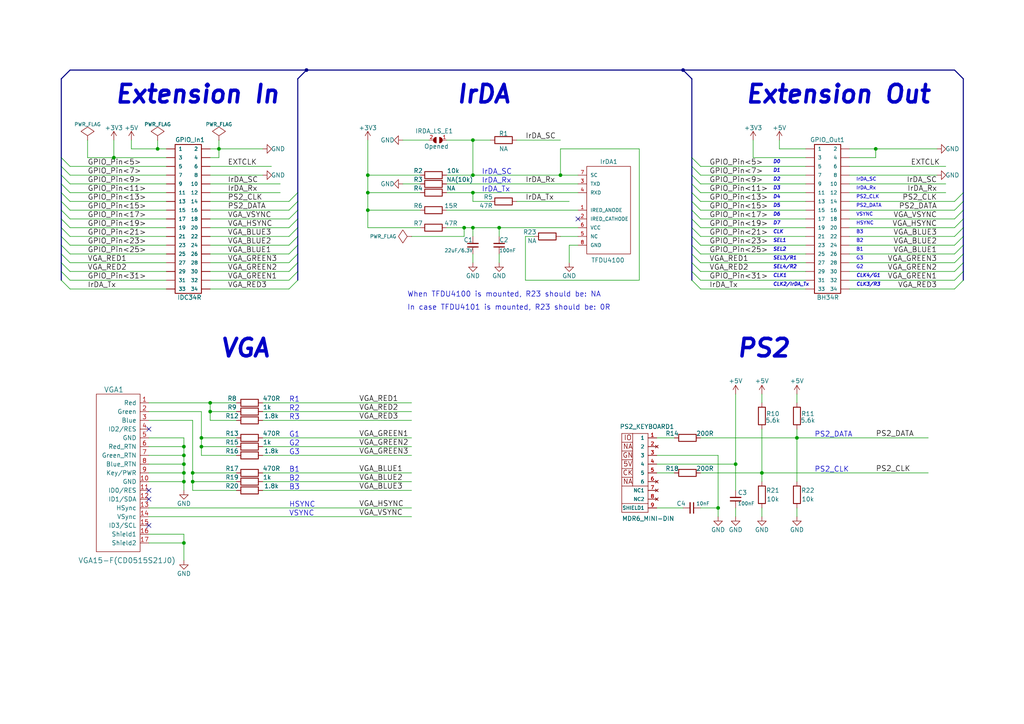
<source format=kicad_sch>
(kicad_sch (version 20230121) (generator eeschema)
  (paper "A4")
  (title_block (rev "A") (company "OLimeX LTD") (comment 1 "https://www.olimex.com/"))
  (lib_symbols
    (symbol "ICE40-IO_Rev_A-rescue:+3.3V" (power) (pin_names (offset 0))
      (property "Value" "+3.3V" (at 0 3.556 0))
      (symbol "+3.3V_1_1"
        (pin power_in line (at 0 0 90) (length 0) hide (name "+3V3") (number "1"))
      )
    )
    (symbol "ICE40-IO_Rev_A-rescue:+5V" (power) (pin_names (offset 0))
      (property "Value" "+5V" (at 0 3.556 0))
      (symbol "+5V_1_1"
        (pin power_in line (at 0 0 90) (length 0) hide (name "+5V") (number "1"))
      )
    )
    (symbol "ICE40-IO_Rev_A-rescue:BH34S" (pin_numbers hide) (pin_names (offset 1.016))
      (property "Reference" "GPIO" (at -4.445 22.225 0))
      (property "Value" "BH34S" (at -4.445 -23.495 0))
      (symbol "BH34S_1_1"
        (pin passive line (at -7.62 20.32 0) (length 2.4892) (name "1") (number "1"))
        (pin passive line (at 5.08 10.16 180) (length 2.4892) (name "10") (number "10"))
        (pin passive line (at -7.62 7.62 0) (length 2.4892) (name "11") (number "11"))
        (pin passive line (at 5.08 7.62 180) (length 2.4892) (name "12") (number "12"))
        (pin passive line (at -7.62 5.08 0) (length 2.4892) (name "13") (number "13"))
        (pin passive line (at 5.08 5.08 180) (length 2.4892) (name "14") (number "14"))
        (pin passive line (at -7.62 2.54 0) (length 2.4892) (name "15") (number "15"))
        (pin passive line (at 5.08 2.54 180) (length 2.4892) (name "16") (number "16"))
        (pin passive line (at -7.62 0 0) (length 2.4892) (name "17") (number "17"))
        (pin passive line (at 5.08 0 180) (length 2.4892) (name "18") (number "18"))
        (pin passive line (at -7.62 -2.54 0) (length 2.4892) (name "19") (number "19"))
        (pin passive line (at 5.08 20.32 180) (length 2.4892) (name "2") (number "2"))
        (pin passive line (at 5.08 -2.54 180) (length 2.4892) (name "20") (number "20"))
        (pin passive line (at -7.62 -5.08 0) (length 2.4892) (name "21") (number "21"))
        (pin passive line (at 5.08 -5.08 180) (length 2.4892) (name "22") (number "22"))
        (pin passive line (at -7.62 -7.62 0) (length 2.4892) (name "23") (number "23"))
        (pin passive line (at 5.08 -7.62 180) (length 2.4892) (name "24") (number "24"))
        (pin passive line (at -7.62 -10.16 0) (length 2.4892) (name "25") (number "25"))
        (pin passive line (at 5.08 -10.16 180) (length 2.4892) (name "26") (number "26"))
        (pin passive line (at -7.62 -12.7 0) (length 2.4892) (name "27") (number "27"))
        (pin passive line (at 5.08 -12.7 180) (length 2.4892) (name "28") (number "28"))
        (pin passive line (at -7.62 -15.24 0) (length 2.4892) (name "29") (number "29"))
        (pin passive line (at -7.62 17.78 0) (length 2.4892) (name "3") (number "3"))
        (pin passive line (at 5.08 -15.24 180) (length 2.4892) (name "30") (number "30"))
        (pin passive line (at -7.62 -17.78 0) (length 2.4892) (name "31") (number "31"))
        (pin passive line (at 5.08 -17.78 180) (length 2.4892) (name "32") (number "32"))
        (pin passive line (at -7.62 -20.32 0) (length 2.4892) (name "33") (number "33"))
        (pin passive line (at 5.08 -20.32 180) (length 2.4892) (name "34") (number "34"))
        (pin passive line (at 5.08 17.78 180) (length 2.4892) (name "4") (number "4"))
        (pin passive line (at -7.62 15.24 0) (length 2.4892) (name "5") (number "5"))
        (pin passive line (at 5.08 15.24 180) (length 2.4892) (name "6") (number "6"))
        (pin passive line (at -7.62 12.7 0) (length 2.4892) (name "7") (number "7"))
        (pin passive line (at 5.08 12.7 180) (length 2.4892) (name "8") (number "8"))
        (pin passive line (at -7.62 10.16 0) (length 2.4892) (name "9") (number "9"))
      )
    )
    (symbol "ICE40-IO_Rev_A-rescue:C" (pin_numbers hide) (pin_names (offset 0.254) hide)
      (property "Reference" "C" (at 0.254 1.778 0))
      (property "Value" "C" (at 0.254 -2.032 0))
      (symbol "C_1_1"
        (pin passive line (at 0 2.54 270) (length 1.905) (name "~") (number "1"))
        (pin passive line (at 0 -2.54 90) (length 2.032) (name "~") (number "2"))
      )
    )
    (symbol "ICE40-IO_Rev_A-rescue:GND" (power) (pin_names (offset 0))
      (property "Value" "GND" (at 0 -3.81 0))
      (symbol "GND_1_1"
        (pin power_in line (at 0 0 270) (length 0) hide (name "GND") (number "1"))
      )
    )
    (symbol "ICE40-IO_Rev_A-rescue:PS2_MDR6_MINI-DIN" (pin_names (offset 1.016))
      (property "Reference" "PS" (at -2.54 12.7 0))
      (property "Value" "PS2_MDR6_MINI-DIN" (at -7.62 -13.97 0))
      (symbol "PS2_MDR6_MINI-DIN_1_0"
        (text "5V" (at 3.3274 2.6162 0) (effects (font (size 1.4224 1.4224))))
        (text "CK" (at 3.3274 0.0762 0) (effects (font (size 1.4224 1.4224))))
        (text "GN" (at 3.3274 5.1562 0) (effects (font (size 1.4224 1.4224))))
        (text "IO" (at 3.3274 10.2362 0) (effects (font (size 1.4224 1.4224))))
        (text "NA" (at 3.3274 -2.4638 0) (effects (font (size 1.4224 1.4224))))
        (text "NA" (at 3.3274 7.6962 0) (effects (font (size 1.4224 1.4224))))
      )
      (symbol "PS2_MDR6_MINI-DIN_1_1"
        (pin bidirectional line (at -5.08 10.16 0) (length 2.54) (name "1") (number "1"))
        (pin no_connect line (at -5.08 7.62 0) (length 2.54) (name "2") (number "2"))
        (pin power_in line (at -5.08 5.08 0) (length 2.54) (name "3") (number "3"))
        (pin power_in line (at -5.08 2.54 0) (length 2.54) (name "4") (number "4"))
        (pin bidirectional line (at -5.08 0 0) (length 2.54) (name "5") (number "5"))
        (pin no_connect line (at -5.08 -2.54 0) (length 2.54) (name "6") (number "6"))
        (pin no_connect line (at -5.08 -5.08 0) (length 2.54) (name "NC1") (number "7"))
        (pin no_connect line (at -5.08 -7.62 0) (length 2.54) (name "NC2") (number "8"))
        (pin input line (at -5.08 -10.16 0) (length 2.54) (name "SHIELD1") (number "9"))
      )
    )
    (symbol "ICE40-IO_Rev_A-rescue:PWR_FLAG" (power) (pin_numbers hide) (pin_names (offset 0) hide)
      (property "Value" "PWR_FLAG" (at 0 4.572 0))
      (symbol "PWR_FLAG_0_0"
        (pin power_out line (at 0 0 90) (length 0) (name "pwr") (number "1"))
      )
    )
    (symbol "ICE40-IO_Rev_A-rescue:R" (pin_numbers hide) (pin_names (offset 0))
      (property "Reference" "R" (at 0 2.032 0))
      (property "Value" "R" (at 0 0 0))
      (symbol "R_1_1"
        (pin passive line (at -3.81 0 0) (length 1.27) (name "~") (number "1"))
        (pin passive line (at 3.81 0 180) (length 1.27) (name "~") (number "2"))
      )
    )
    (symbol "ICE40-IO_Rev_A-rescue:SJ" (pin_names (offset 1.016) hide)
      (property "Reference" "SJ" (at -1.27 1.905 0))
      (property "Value" "SJ" (at -1.27 -2.54 0))
      (symbol "SJ_1_1"
        (pin passive line (at -2.54 0 0) (length 1.27) (name "1") (number "1"))
        (pin passive line (at 2.54 0 180) (length 1.27) (name "2") (number "2"))
      )
    )
    (symbol "ICE40-IO_Rev_A-rescue:TFDU4100" (pin_names (offset 1.016))
      (property "Reference" "IrDA" (at -3.81 13.97 0))
      (property "Value" "TFDU4100" (at -3.81 -15.24 0))
      (symbol "TFDU4100_1_1"
        (pin passive line (at -7.62 0 0) (length 2.54) (name "IRED_ANODE") (number "1"))
        (pin passive line (at -7.62 -2.54 0) (length 2.54) (name "IRED_CATHODE") (number "2"))
        (pin input line (at -7.62 7.62 0) (length 2.54) (name "TXD") (number "3"))
        (pin output line (at -7.62 5.08 0) (length 2.54) (name "RXD") (number "4"))
        (pin passive line (at -7.62 -7.62 0) (length 2.54) (name "NC") (number "5"))
        (pin power_in line (at -7.62 -5.08 0) (length 2.54) (name "VCC") (number "6"))
        (pin input line (at -7.62 10.16 0) (length 2.54) (name "SC") (number "7"))
        (pin power_in line (at -7.62 -10.16 0) (length 2.54) (name "GND") (number "8"))
      )
    )
    (symbol "ICE40-IO_Rev_A-rescue:VGA15-F(CD0515S21J0)" (pin_names (offset 1.016))
      (property "Reference" "VGA" (at 0 25.4 0))
      (property "Value" "VGA15-F(CD0515S21J0)" (at 2.54 -25.4 0))
      (symbol "VGA15-F(CD0515S21J0)_1_1"
        (pin bidirectional line (at -7.62 20.32 0) (length 2.54) (name "Red") (number "1"))
        (pin power_in line (at -7.62 -2.54 0) (length 2.54) (name "GND") (number "10"))
        (pin bidirectional line (at -7.62 -5.08 0) (length 2.54) (name "ID0/RES") (number "11"))
        (pin bidirectional line (at -7.62 -7.62 0) (length 2.54) (name "ID1/SDA") (number "12"))
        (pin bidirectional line (at -7.62 -10.16 0) (length 2.54) (name "HSync") (number "13"))
        (pin bidirectional line (at -7.62 -12.7 0) (length 2.54) (name "VSync") (number "14"))
        (pin bidirectional line (at -7.62 -15.24 0) (length 2.54) (name "ID3/SCL") (number "15"))
        (pin input line (at -7.62 -17.78 0) (length 2.54) (name "Shield1") (number "16"))
        (pin input line (at -7.62 -20.32 0) (length 2.54) (name "Shield2") (number "17"))
        (pin bidirectional line (at -7.62 17.78 0) (length 2.54) (name "Green") (number "2"))
        (pin bidirectional line (at -7.62 15.24 0) (length 2.54) (name "Blue") (number "3"))
        (pin bidirectional line (at -7.62 12.7 0) (length 2.54) (name "ID2/RES") (number "4"))
        (pin power_in line (at -7.62 10.16 0) (length 2.54) (name "GND") (number "5"))
        (pin input line (at -7.62 7.62 0) (length 2.54) (name "Red_RTN") (number "6"))
        (pin input line (at -7.62 5.08 0) (length 2.54) (name "Green_RTN") (number "7"))
        (pin input line (at -7.62 2.54 0) (length 2.54) (name "Blue_RTN") (number "8"))
        (pin input line (at -7.62 0 0) (length 2.54) (name "Key/PWR") (number "9"))
      )
    )
  )
  (junction (at 53.34 139.7))
  (junction (at 60.96 116.84))
  (junction (at 254 43.18))
  (junction (at 106.68 60.96))
  (junction (at 213.36 134.62))
  (junction (at 45.72 43.18))
  (junction (at 134.62 66.04))
  (junction (at 106.68 50.8))
  (junction (at 60.96 119.38))
  (junction (at 55.88 137.16))
  (junction (at 162.56 50.8))
  (junction (at 58.42 127))
  (junction (at 53.34 134.62))
  (junction (at 220.98 137.16))
  (junction (at 137.16 50.8))
  (junction (at 137.16 66.04))
  (junction (at 53.34 157.48))
  (junction (at 58.42 129.54))
  (junction (at 53.34 132.08))
  (junction (at 53.34 137.16))
  (junction (at 55.88 139.7))
  (junction (at 137.16 40.64))
  (junction (at 137.16 55.88))
  (junction (at 208.28 147.32))
  (junction (at 198.12 20.32))
  (junction (at 88.9 20.32))
  (junction (at 231.14 127))
  (junction (at 106.68 55.88))
  (junction (at 144.78 66.04))
  (junction (at 33.02 45.72))
  (junction (at 53.34 129.54))
  (junction (at 63.5 43.18))
  (no_connect (at 43.18 142.24))
  (no_connect (at 167.64 63.5))
  (no_connect (at 43.18 152.4))
  (no_connect (at 43.18 144.78))
  (no_connect (at 43.18 124.46))
  (bus_entry (at 200.66 66.04) (size 2.54 2.54))
  (bus_entry (at 279.4 81.28) (size -2.54 2.54))
  (bus_entry (at 279.4 78.74) (size -2.54 2.54))
  (bus_entry (at 279.4 63.5) (size -2.54 2.54))
  (bus_entry (at 200.66 81.28) (size 2.54 2.54))
  (bus_entry (at 86.36 66.04) (size -2.54 2.54))
  (bus_entry (at 17.78 78.74) (size 2.54 2.54))
  (bus_entry (at 17.78 45.72) (size 2.54 2.54))
  (bus_entry (at 86.36 55.88) (size -2.54 2.54))
  (bus_entry (at 200.66 50.8) (size 2.54 2.54))
  (bus_entry (at 200.66 55.88) (size 2.54 2.54))
  (bus_entry (at 279.4 73.66) (size -2.54 2.54))
  (bus_entry (at 17.78 58.42) (size 2.54 2.54))
  (bus_entry (at 200.66 68.58) (size 2.54 2.54))
  (bus_entry (at 17.78 55.88) (size 2.54 2.54))
  (bus_entry (at 17.78 68.58) (size 2.54 2.54))
  (bus_entry (at 200.66 53.34) (size 2.54 2.54))
  (bus_entry (at 200.66 58.42) (size 2.54 2.54))
  (bus_entry (at 17.78 81.28) (size 2.54 2.54))
  (bus_entry (at 86.36 81.28) (size -2.54 2.54))
  (bus_entry (at 17.78 66.04) (size 2.54 2.54))
  (bus_entry (at 17.78 60.96) (size 2.54 2.54))
  (bus_entry (at 17.78 50.8) (size 2.54 2.54))
  (bus_entry (at 279.4 66.04) (size -2.54 2.54))
  (bus_entry (at 17.78 71.12) (size 2.54 2.54))
  (bus_entry (at 279.4 71.12) (size -2.54 2.54))
  (bus_entry (at 200.66 48.26) (size 2.54 2.54))
  (bus_entry (at 86.36 76.2) (size -2.54 2.54))
  (bus_entry (at 17.78 73.66) (size 2.54 2.54))
  (bus_entry (at 17.78 76.2) (size 2.54 2.54))
  (bus_entry (at 86.36 73.66) (size -2.54 2.54))
  (bus_entry (at 200.66 71.12) (size 2.54 2.54))
  (bus_entry (at 200.66 73.66) (size 2.54 2.54))
  (bus_entry (at 200.66 63.5) (size 2.54 2.54))
  (bus_entry (at 200.66 60.96) (size 2.54 2.54))
  (bus_entry (at 279.4 58.42) (size -2.54 2.54))
  (bus_entry (at 279.4 68.58) (size -2.54 2.54))
  (bus_entry (at 279.4 60.96) (size -2.54 2.54))
  (bus_entry (at 86.36 63.5) (size -2.54 2.54))
  (bus_entry (at 86.36 78.74) (size -2.54 2.54))
  (bus_entry (at 86.36 60.96) (size -2.54 2.54))
  (bus_entry (at 86.36 68.58) (size -2.54 2.54))
  (bus_entry (at 200.66 76.2) (size 2.54 2.54))
  (bus_entry (at 279.4 55.88) (size -2.54 2.54))
  (bus_entry (at 86.36 71.12) (size -2.54 2.54))
  (bus_entry (at 200.66 45.72) (size 2.54 2.54))
  (bus_entry (at 279.4 76.2) (size -2.54 2.54))
  (bus_entry (at 17.78 48.26) (size 2.54 2.54))
  (bus_entry (at 17.78 53.34) (size 2.54 2.54))
  (bus_entry (at 17.78 63.5) (size 2.54 2.54))
  (bus_entry (at 86.36 58.42) (size -2.54 2.54))
  (bus_entry (at 200.66 78.74) (size 2.54 2.54))
  (wire (pts (xy 76.2 129.54) (xy 119.38 129.54)))
  (wire (pts (xy 106.68 40.64) (xy 106.68 50.8)))
  (wire (pts (xy 137.16 58.42) (xy 137.16 55.88)))
  (wire (pts (xy 60.96 81.28) (xy 83.82 81.28)))
  (wire (pts (xy 246.38 63.5) (xy 276.86 63.5)))
  (wire (pts (xy 55.88 139.7) (xy 68.58 139.7)))
  (wire (pts (xy 60.96 43.18) (xy 63.5 43.18)))
  (bus (pts (xy 17.78 50.8) (xy 17.78 53.34)))
  (bus (pts (xy 200.66 73.66) (xy 200.66 76.2)))
  (wire (pts (xy 233.68 60.96) (xy 203.2 60.96)))
  (bus (pts (xy 86.36 55.88) (xy 86.36 58.42)))
  (wire (pts (xy 33.02 45.72) (xy 33.02 40.64)))
  (wire (pts (xy 144.78 76.2) (xy 144.78 73.66)))
  (wire (pts (xy 48.26 83.82) (xy 20.32 83.82)))
  (wire (pts (xy 116.84 40.64) (xy 124.46 40.64)))
  (wire (pts (xy 233.68 71.12) (xy 203.2 71.12)))
  (wire (pts (xy 48.26 58.42) (xy 20.32 58.42)))
  (wire (pts (xy 149.86 40.64) (xy 162.56 40.64)))
  (wire (pts (xy 106.68 55.88) (xy 106.68 60.96)))
  (bus (pts (xy 200.66 50.8) (xy 200.66 53.34)))
  (wire (pts (xy 220.98 137.16) (xy 220.98 139.7)))
  (wire (pts (xy 58.42 129.54) (xy 68.58 129.54)))
  (bus (pts (xy 86.36 78.74) (xy 86.36 81.28)))
  (wire (pts (xy 167.64 71.12) (xy 165.1 71.12)))
  (wire (pts (xy 129.54 53.34) (xy 167.64 53.34)))
  (bus (pts (xy 200.66 76.2) (xy 200.66 78.74)))
  (bus (pts (xy 17.78 71.12) (xy 17.78 73.66)))
  (wire (pts (xy 185.42 81.28) (xy 185.42 43.18)))
  (wire (pts (xy 55.88 137.16) (xy 55.88 139.7)))
  (wire (pts (xy 63.5 43.18) (xy 63.5 45.72)))
  (bus (pts (xy 279.4 60.96) (xy 279.4 63.5)))
  (wire (pts (xy 137.16 40.64) (xy 137.16 50.8)))
  (wire (pts (xy 60.96 71.12) (xy 83.82 71.12)))
  (bus (pts (xy 86.36 76.2) (xy 86.36 78.74)))
  (wire (pts (xy 137.16 40.64) (xy 142.24 40.64)))
  (wire (pts (xy 76.2 142.24) (xy 119.38 142.24)))
  (wire (pts (xy 60.96 66.04) (xy 83.82 66.04)))
  (wire (pts (xy 76.2 119.38) (xy 119.38 119.38)))
  (wire (pts (xy 246.38 83.82) (xy 276.86 83.82)))
  (wire (pts (xy 55.88 139.7) (xy 55.88 142.24)))
  (bus (pts (xy 17.78 63.5) (xy 17.78 66.04)))
  (wire (pts (xy 38.1 43.18) (xy 38.1 40.64)))
  (wire (pts (xy 129.54 60.96) (xy 167.64 60.96)))
  (wire (pts (xy 233.68 73.66) (xy 203.2 73.66)))
  (wire (pts (xy 55.88 137.16) (xy 68.58 137.16)))
  (bus (pts (xy 279.4 68.58) (xy 279.4 71.12)))
  (bus (pts (xy 200.66 68.58) (xy 200.66 71.12)))
  (wire (pts (xy 213.36 149.86) (xy 213.36 147.32)))
  (bus (pts (xy 200.66 48.26) (xy 200.66 50.8)))
  (wire (pts (xy 48.26 50.8) (xy 20.32 50.8)))
  (wire (pts (xy 129.54 55.88) (xy 137.16 55.88)))
  (wire (pts (xy 142.24 58.42) (xy 137.16 58.42)))
  (wire (pts (xy 48.26 48.26) (xy 20.32 48.26)))
  (wire (pts (xy 38.1 43.18) (xy 45.72 43.18)))
  (wire (pts (xy 81.28 53.34) (xy 60.96 53.34)))
  (wire (pts (xy 121.92 50.8) (xy 106.68 50.8)))
  (wire (pts (xy 246.38 76.2) (xy 276.86 76.2)))
  (wire (pts (xy 48.26 66.04) (xy 20.32 66.04)))
  (wire (pts (xy 162.56 50.8) (xy 167.64 50.8)))
  (bus (pts (xy 200.66 63.5) (xy 200.66 66.04)))
  (wire (pts (xy 60.96 116.84) (xy 68.58 116.84)))
  (bus (pts (xy 17.78 22.86) (xy 20.32 20.32)))
  (wire (pts (xy 53.34 132.08) (xy 53.34 134.62)))
  (bus (pts (xy 17.78 68.58) (xy 17.78 71.12)))
  (wire (pts (xy 129.54 50.8) (xy 137.16 50.8)))
  (bus (pts (xy 200.66 22.86) (xy 198.12 20.32)))
  (wire (pts (xy 55.88 121.92) (xy 55.88 137.16)))
  (wire (pts (xy 233.68 55.88) (xy 203.2 55.88)))
  (bus (pts (xy 86.36 63.5) (xy 86.36 66.04)))
  (wire (pts (xy 218.44 45.72) (xy 218.44 40.64)))
  (wire (pts (xy 43.18 132.08) (xy 53.34 132.08)))
  (wire (pts (xy 203.2 137.16) (xy 220.98 137.16)))
  (wire (pts (xy 58.42 127) (xy 68.58 127)))
  (wire (pts (xy 55.88 121.92) (xy 43.18 121.92)))
  (wire (pts (xy 190.5 132.08) (xy 208.28 132.08)))
  (bus (pts (xy 200.66 66.04) (xy 200.66 68.58)))
  (wire (pts (xy 149.86 58.42) (xy 165.1 58.42)))
  (wire (pts (xy 63.5 45.72) (xy 60.96 45.72)))
  (bus (pts (xy 17.78 45.72) (xy 17.78 48.26)))
  (wire (pts (xy 226.06 43.18) (xy 226.06 40.64)))
  (wire (pts (xy 233.68 63.5) (xy 203.2 63.5)))
  (wire (pts (xy 231.14 127) (xy 231.14 139.7)))
  (bus (pts (xy 200.66 60.96) (xy 200.66 63.5)))
  (wire (pts (xy 246.38 43.18) (xy 254 43.18)))
  (wire (pts (xy 254 43.18) (xy 271.78 43.18)))
  (wire (pts (xy 60.96 60.96) (xy 83.82 60.96)))
  (wire (pts (xy 254 45.72) (xy 254 43.18)))
  (bus (pts (xy 17.78 78.74) (xy 17.78 81.28)))
  (wire (pts (xy 233.68 76.2) (xy 203.2 76.2)))
  (wire (pts (xy 60.96 50.8) (xy 76.2 50.8)))
  (wire (pts (xy 121.92 60.96) (xy 106.68 60.96)))
  (wire (pts (xy 246.38 45.72) (xy 254 45.72)))
  (bus (pts (xy 276.86 20.32) (xy 279.4 22.86)))
  (wire (pts (xy 76.2 127) (xy 119.38 127)))
  (wire (pts (xy 55.88 142.24) (xy 68.58 142.24)))
  (wire (pts (xy 25.4 45.72) (xy 25.4 40.64)))
  (wire (pts (xy 53.34 139.7) (xy 43.18 139.7)))
  (wire (pts (xy 58.42 119.38) (xy 58.42 127)))
  (wire (pts (xy 81.28 55.88) (xy 60.96 55.88)))
  (wire (pts (xy 246.38 71.12) (xy 276.86 71.12)))
  (wire (pts (xy 185.42 43.18) (xy 162.56 43.18)))
  (wire (pts (xy 246.38 81.28) (xy 276.86 81.28)))
  (wire (pts (xy 231.14 149.86) (xy 231.14 147.32)))
  (bus (pts (xy 86.36 68.58) (xy 86.36 71.12)))
  (bus (pts (xy 279.4 76.2) (xy 279.4 78.74)))
  (wire (pts (xy 195.58 127) (xy 190.5 127)))
  (wire (pts (xy 246.38 68.58) (xy 276.86 68.58)))
  (wire (pts (xy 60.96 83.82) (xy 83.82 83.82)))
  (wire (pts (xy 76.2 121.92) (xy 119.38 121.92)))
  (wire (pts (xy 246.38 50.8) (xy 271.78 50.8)))
  (bus (pts (xy 86.36 22.86) (xy 86.36 55.88)))
  (wire (pts (xy 195.58 137.16) (xy 190.5 137.16)))
  (wire (pts (xy 106.68 60.96) (xy 106.68 66.04)))
  (wire (pts (xy 246.38 58.42) (xy 276.86 58.42)))
  (bus (pts (xy 86.36 71.12) (xy 86.36 73.66)))
  (wire (pts (xy 48.26 53.34) (xy 20.32 53.34)))
  (wire (pts (xy 53.34 157.48) (xy 53.34 162.56)))
  (bus (pts (xy 279.4 66.04) (xy 279.4 68.58)))
  (bus (pts (xy 200.66 55.88) (xy 200.66 58.42)))
  (wire (pts (xy 60.96 119.38) (xy 60.96 121.92)))
  (bus (pts (xy 20.32 20.32) (xy 88.9 20.32)))
  (wire (pts (xy 137.16 76.2) (xy 137.16 73.66)))
  (wire (pts (xy 152.4 68.58) (xy 152.4 81.28)))
  (bus (pts (xy 86.36 66.04) (xy 86.36 68.58)))
  (bus (pts (xy 200.66 53.34) (xy 200.66 55.88)))
  (bus (pts (xy 17.78 22.86) (xy 17.78 45.72)))
  (bus (pts (xy 198.12 20.32) (xy 276.86 20.32)))
  (wire (pts (xy 220.98 124.46) (xy 220.98 137.16)))
  (wire (pts (xy 231.14 127) (xy 269.24 127)))
  (wire (pts (xy 233.68 81.28) (xy 203.2 81.28)))
  (bus (pts (xy 86.36 60.96) (xy 86.36 63.5)))
  (wire (pts (xy 137.16 68.58) (xy 137.16 66.04)))
  (wire (pts (xy 134.62 66.04) (xy 137.16 66.04)))
  (wire (pts (xy 43.18 129.54) (xy 53.34 129.54)))
  (wire (pts (xy 162.56 43.18) (xy 162.56 50.8)))
  (wire (pts (xy 48.26 68.58) (xy 20.32 68.58)))
  (bus (pts (xy 279.4 55.88) (xy 279.4 58.42)))
  (bus (pts (xy 86.36 73.66) (xy 86.36 76.2)))
  (wire (pts (xy 233.68 58.42) (xy 203.2 58.42)))
  (wire (pts (xy 233.68 68.58) (xy 203.2 68.58)))
  (wire (pts (xy 233.68 45.72) (xy 218.44 45.72)))
  (wire (pts (xy 63.5 40.64) (xy 63.5 43.18)))
  (wire (pts (xy 48.26 73.66) (xy 20.32 73.66)))
  (wire (pts (xy 58.42 119.38) (xy 43.18 119.38)))
  (wire (pts (xy 48.26 81.28) (xy 20.32 81.28)))
  (wire (pts (xy 76.2 139.7) (xy 119.38 139.7)))
  (wire (pts (xy 220.98 116.84) (xy 220.98 114.3)))
  (wire (pts (xy 45.72 43.18) (xy 48.26 43.18)))
  (wire (pts (xy 48.26 60.96) (xy 20.32 60.96)))
  (bus (pts (xy 17.78 76.2) (xy 17.78 78.74)))
  (bus (pts (xy 279.4 63.5) (xy 279.4 66.04)))
  (wire (pts (xy 58.42 129.54) (xy 58.42 132.08)))
  (wire (pts (xy 154.94 68.58) (xy 152.4 68.58)))
  (bus (pts (xy 279.4 78.74) (xy 279.4 81.28)))
  (bus (pts (xy 17.78 55.88) (xy 17.78 58.42)))
  (bus (pts (xy 86.36 22.86) (xy 88.9 20.32)))
  (wire (pts (xy 68.58 119.38) (xy 60.96 119.38)))
  (wire (pts (xy 63.5 43.18) (xy 76.2 43.18)))
  (wire (pts (xy 129.54 40.64) (xy 137.16 40.64)))
  (wire (pts (xy 43.18 137.16) (xy 53.34 137.16)))
  (bus (pts (xy 200.66 71.12) (xy 200.66 73.66)))
  (wire (pts (xy 152.4 81.28) (xy 185.42 81.28)))
  (wire (pts (xy 45.72 40.64) (xy 45.72 43.18)))
  (bus (pts (xy 200.66 78.74) (xy 200.66 81.28)))
  (wire (pts (xy 233.68 83.82) (xy 203.2 83.82)))
  (wire (pts (xy 60.96 58.42) (xy 83.82 58.42)))
  (wire (pts (xy 246.38 78.74) (xy 276.86 78.74)))
  (wire (pts (xy 129.54 66.04) (xy 134.62 66.04)))
  (wire (pts (xy 60.96 63.5) (xy 83.82 63.5)))
  (wire (pts (xy 48.26 76.2) (xy 20.32 76.2)))
  (wire (pts (xy 144.78 66.04) (xy 167.64 66.04)))
  (wire (pts (xy 60.96 73.66) (xy 83.82 73.66)))
  (wire (pts (xy 208.28 147.32) (xy 208.28 149.86)))
  (wire (pts (xy 137.16 55.88) (xy 167.64 55.88)))
  (wire (pts (xy 48.26 63.5) (xy 20.32 63.5)))
  (wire (pts (xy 60.96 76.2) (xy 83.82 76.2)))
  (wire (pts (xy 116.84 53.34) (xy 121.92 53.34)))
  (wire (pts (xy 53.34 157.48) (xy 43.18 157.48)))
  (bus (pts (xy 86.36 58.42) (xy 86.36 60.96)))
  (wire (pts (xy 60.96 121.92) (xy 68.58 121.92)))
  (wire (pts (xy 43.18 154.94) (xy 53.34 154.94)))
  (wire (pts (xy 165.1 71.12) (xy 165.1 76.2)))
  (bus (pts (xy 200.66 58.42) (xy 200.66 60.96)))
  (bus (pts (xy 17.78 73.66) (xy 17.78 76.2)))
  (wire (pts (xy 220.98 149.86) (xy 220.98 147.32)))
  (wire (pts (xy 53.34 137.16) (xy 53.34 139.7)))
  (wire (pts (xy 231.14 116.84) (xy 231.14 114.3)))
  (wire (pts (xy 162.56 68.58) (xy 167.64 68.58)))
  (bus (pts (xy 17.78 60.96) (xy 17.78 63.5)))
  (wire (pts (xy 233.68 66.04) (xy 203.2 66.04)))
  (wire (pts (xy 213.36 114.3) (xy 213.36 134.62)))
  (wire (pts (xy 48.26 71.12) (xy 20.32 71.12)))
  (wire (pts (xy 60.96 68.58) (xy 83.82 68.58)))
  (wire (pts (xy 53.34 134.62) (xy 53.34 137.16)))
  (wire (pts (xy 274.32 48.26) (xy 246.38 48.26)))
  (bus (pts (xy 17.78 66.04) (xy 17.78 68.58)))
  (wire (pts (xy 190.5 134.62) (xy 213.36 134.62)))
  (wire (pts (xy 76.2 137.16) (xy 119.38 137.16)))
  (wire (pts (xy 233.68 53.34) (xy 203.2 53.34)))
  (wire (pts (xy 60.96 116.84) (xy 60.96 119.38)))
  (wire (pts (xy 43.18 116.84) (xy 60.96 116.84)))
  (bus (pts (xy 17.78 58.42) (xy 17.78 60.96)))
  (wire (pts (xy 274.32 55.88) (xy 246.38 55.88)))
  (wire (pts (xy 76.2 132.08) (xy 119.38 132.08)))
  (wire (pts (xy 198.12 147.32) (xy 190.5 147.32)))
  (wire (pts (xy 233.68 48.26) (xy 203.2 48.26)))
  (bus (pts (xy 279.4 73.66) (xy 279.4 76.2)))
  (wire (pts (xy 106.68 66.04) (xy 121.92 66.04)))
  (wire (pts (xy 76.2 116.84) (xy 119.38 116.84)))
  (wire (pts (xy 58.42 127) (xy 58.42 129.54)))
  (wire (pts (xy 33.02 45.72) (xy 48.26 45.72)))
  (bus (pts (xy 17.78 48.26) (xy 17.78 50.8)))
  (wire (pts (xy 60.96 78.74) (xy 83.82 78.74)))
  (wire (pts (xy 53.34 129.54) (xy 53.34 132.08)))
  (wire (pts (xy 48.26 78.74) (xy 20.32 78.74)))
  (bus (pts (xy 279.4 22.86) (xy 279.4 55.88)))
  (wire (pts (xy 213.36 134.62) (xy 213.36 142.24)))
  (wire (pts (xy 121.92 55.88) (xy 106.68 55.88)))
  (bus (pts (xy 88.9 20.32) (xy 198.12 20.32)))
  (wire (pts (xy 246.38 73.66) (xy 276.86 73.66)))
  (wire (pts (xy 25.4 45.72) (xy 33.02 45.72)))
  (wire (pts (xy 53.34 154.94) (xy 53.34 157.48)))
  (wire (pts (xy 43.18 134.62) (xy 53.34 134.62)))
  (bus (pts (xy 279.4 58.42) (xy 279.4 60.96)))
  (wire (pts (xy 246.38 66.04) (xy 276.86 66.04)))
  (wire (pts (xy 137.16 66.04) (xy 144.78 66.04)))
  (wire (pts (xy 58.42 132.08) (xy 68.58 132.08)))
  (bus (pts (xy 279.4 71.12) (xy 279.4 73.66)))
  (wire (pts (xy 106.68 50.8) (xy 106.68 55.88)))
  (wire (pts (xy 274.32 53.34) (xy 246.38 53.34)))
  (wire (pts (xy 233.68 43.18) (xy 226.06 43.18)))
  (wire (pts (xy 119.38 68.58) (xy 134.62 68.58)))
  (wire (pts (xy 233.68 50.8) (xy 203.2 50.8)))
  (wire (pts (xy 203.2 127) (xy 231.14 127)))
  (bus (pts (xy 200.66 22.86) (xy 200.66 45.72)))
  (wire (pts (xy 43.18 149.86) (xy 119.38 149.86)))
  (wire (pts (xy 53.34 127) (xy 53.34 129.54)))
  (wire (pts (xy 43.18 147.32) (xy 119.38 147.32)))
  (wire (pts (xy 134.62 68.58) (xy 134.62 66.04)))
  (wire (pts (xy 78.74 48.26) (xy 60.96 48.26)))
  (wire (pts (xy 43.18 127) (xy 53.34 127)))
  (wire (pts (xy 53.34 139.7) (xy 53.34 142.24)))
  (wire (pts (xy 231.14 124.46) (xy 231.14 127)))
  (wire (pts (xy 48.26 55.88) (xy 20.32 55.88)))
  (wire (pts (xy 208.28 132.08) (xy 208.28 147.32)))
  (bus (pts (xy 200.66 45.72) (xy 200.66 48.26)))
  (wire (pts (xy 137.16 50.8) (xy 162.56 50.8)))
  (bus (pts (xy 17.78 53.34) (xy 17.78 55.88)))
  (wire (pts (xy 233.68 78.74) (xy 203.2 78.74)))
  (wire (pts (xy 144.78 68.58) (xy 144.78 66.04)))
  (wire (pts (xy 203.2 147.32) (xy 208.28 147.32)))
  (wire (pts (xy 220.98 137.16) (xy 269.24 137.16)))
  (wire (pts (xy 246.38 60.96) (xy 276.86 60.96)))
  (text "HSYNC" (at 83.82 147.32 0) (effects (font (size 1.524 1.524)) (justify left bottom)))
  (text "VSYNC" (at 83.82 149.86 0) (effects (font (size 1.524 1.524)) (justify left bottom)))
  (text "PS2_DATA" (at 248.285 60.325 0) (effects (font (size 1.016 1.016)) (justify left bottom)))
  (text "CLK3/R3" (at 248.285 83.185 0) (effects (font (size 1.016 1.016) (thickness 0.2032) bold italic) (justify left bottom)))
  (text "R2" (at 83.82 119.38 0) (effects (font (size 1.524 1.524)) (justify left bottom)))
  (text "CLK4/G1" (at 248.285 80.645 0) (effects (font (size 1.016 1.016) (thickness 0.2032) bold italic) (justify left bottom)))
  (text "D4" (at 224.155 57.785 0) (effects (font (size 1.016 1.016) (thickness 0.2032) bold italic) (justify left bottom)))
  (text "G3" (at 83.82 132.08 0) (effects (font (size 1.524 1.524)) (justify left bottom)))
  (text "IrDA_Rx" (at 248.285 55.245 0) (effects (font (size 1.016 1.016)) (justify left bottom)))
  (text "IrDA_SC" (at 248.285 52.705 0) (effects (font (size 1.016 1.016)) (justify left bottom)))
  (text "Extension Out" (at 215.9 30.48 0) (effects (font (size 5.08 5.08) (thickness 1.016) bold italic) (justify left bottom)))
  (text "PS2_DATA" (at 236.22 127 0) (effects (font (size 1.524 1.524)) (justify left bottom)))
  (text "Extension In" (at 33.02 30.48 0) (effects (font (size 5.08 5.08) (thickness 1.016) bold italic) (justify left bottom)))
  (text "B2" (at 248.285 70.485 0) (effects (font (size 1.016 1.016)) (justify left bottom)))
  (text "D2" (at 224.155 52.705 0) (effects (font (size 1.016 1.016) (thickness 0.2032) bold italic) (justify left bottom)))
  (text "PS2_CLK" (at 248.285 57.785 0) (effects (font (size 1.016 1.016)) (justify left bottom)))
  (text "SEL4/R2" (at 224.155 78.105 0) (effects (font (size 1.016 1.016) (thickness 0.2032) bold italic) (justify left bottom)))
  (text "PS2_CLK" (at 236.22 137.16 0) (effects (font (size 1.524 1.524)) (justify left bottom)))
  (text "In case TFDU4101 is mounted, R23 should be: 0R" (at 118.11 90.17 0) (effects (font (size 1.524 1.524)) (justify left bottom)))
  (text "D6" (at 224.155 62.865 0) (effects (font (size 1.016 1.016) (thickness 0.2032) bold italic) (justify left bottom)))
  (text "VSYNC" (at 248.285 62.865 0) (effects (font (size 1.016 1.016)) (justify left bottom)))
  (text "G1" (at 83.82 127 0) (effects (font (size 1.524 1.524)) (justify left bottom)))
  (text "D5" (at 224.155 60.325 0) (effects (font (size 1.016 1.016) (thickness 0.2032) bold italic) (justify left bottom)))
  (text "G2" (at 83.82 129.54 0) (effects (font (size 1.524 1.524)) (justify left bottom)))
  (text "D0" (at 224.155 47.625 0) (effects (font (size 1.016 1.016) (thickness 0.2032) bold italic) (justify left bottom)))
  (text "B1" (at 248.285 73.025 0) (effects (font (size 1.016 1.016)) (justify left bottom)))
  (text "IrDA_SC" (at 139.7 50.8 0) (effects (font (size 1.524 1.524)) (justify left bottom)))
  (text "R1" (at 83.82 116.84 0) (effects (font (size 1.524 1.524)) (justify left bottom)))
  (text "IrDA_Tx" (at 139.7 55.88 0) (effects (font (size 1.524 1.524)) (justify left bottom)))
  (text "SEL3/R1" (at 224.155 75.565 0) (effects (font (size 1.016 1.016) (thickness 0.2032) bold italic) (justify left bottom)))
  (text "B2" (at 83.82 139.7 0) (effects (font (size 1.524 1.524)) (justify left bottom)))
  (text "CLK1" (at 224.155 80.645 0) (effects (font (size 1.016 1.016) (thickness 0.2032) bold italic) (justify left bottom)))
  (text "D7" (at 224.155 65.405 0) (effects (font (size 1.016 1.016) (thickness 0.2032) bold italic) (justify left bottom)))
  (text "When TFDU4100 is mounted, R23 should be: NA" (at 118.11 86.36 0) (effects (font (size 1.524 1.524)) (justify left bottom)))
  (text "B1" (at 83.82 137.16 0) (effects (font (size 1.524 1.524)) (justify left bottom)))
  (text "IrDA" (at 132.08 30.48 0) (effects (font (size 5.08 5.08) (thickness 1.016) bold italic) (justify left bottom)))
  (text "HSYNC" (at 248.285 65.405 0) (effects (font (size 1.016 1.016)) (justify left bottom)))
  (text "G2" (at 248.285 78.105 0) (effects (font (size 1.016 1.016)) (justify left bottom)))
  (text "CLK2/IrDA_Tx" (at 224.155 83.185 0) (effects (font (size 1.016 1.016) (thickness 0.2032) bold italic) (justify left bottom)))
  (text "D1\n" (at 224.155 50.165 0) (effects (font (size 1.016 1.016) (thickness 0.2032) bold italic) (justify left bottom)))
  (text "SEL2" (at 224.155 73.025 0) (effects (font (size 1.016 1.016) (thickness 0.2032) bold italic) (justify left bottom)))
  (text "D3" (at 224.155 55.245 0) (effects (font (size 1.016 1.016) (thickness 0.2032) bold italic) (justify left bottom)))
  (text "CLK" (at 224.155 67.945 0) (effects (font (size 1.016 1.016) (thickness 0.2032) bold italic) (justify left bottom)))
  (text "B3" (at 248.285 67.945 0) (effects (font (size 1.016 1.016)) (justify left bottom)))
  (text "SEL1" (at 224.155 70.485 0) (effects (font (size 1.016 1.016) (thickness 0.2032) bold italic) (justify left bottom)))
  (text "G3" (at 248.285 75.565 0) (effects (font (size 1.016 1.016)) (justify left bottom)))
  (text "R3" (at 83.82 121.92 0) (effects (font (size 1.524 1.524)) (justify left bottom)))
  (text "VGA" (at 63.5 104.14 0) (effects (font (size 5.08 5.08) (thickness 1.016) bold italic) (justify left bottom)))
  (text "PS2" (at 213.36 104.14 0) (effects (font (size 5.08 5.08) (thickness 1.016) bold italic) (justify left bottom)))
  (text "IrDA_Rx" (at 139.7 53.34 0) (effects (font (size 1.524 1.524)) (justify left bottom)))
  (text "B3" (at 83.82 142.24 0) (effects (font (size 1.524 1.524)) (justify left bottom)))
  (label "PS2_CLK" (at 66.04 58.42 0) (effects (font (size 1.524 1.524))))
  (label "PS2_DATA" (at 66.04 60.96 0) (effects (font (size 1.524 1.524))))
  (label "GPIO_Pin<23>" (at 25.4 71.12 0) (effects (font (size 1.524 1.524))))
  (label "VGA_BLUE3" (at 66.04 68.58 0) (effects (font (size 1.524 1.524))))
  (label "IrDA_Tx" (at 205.74 83.82 0) (effects (font (size 1.524 1.524))))
  (label "GPIO_Pin<11>" (at 25.4 55.88 0) (effects (font (size 1.524 1.524))))
  (label "VGA_RED1" (at 205.74 76.2 0) (effects (font (size 1.524 1.524))))
  (label "VGA_HSYNC" (at 271.78 66.04 180) (effects (font (size 1.524 1.524))))
  (label "GPIO_Pin<5>" (at 205.74 48.26 0) (effects (font (size 1.524 1.524))))
  (label "VGA_GREEN1" (at 66.04 81.28 0) (effects (font (size 1.524 1.524))))
  (label "VGA_RED3" (at 271.78 83.82 180) (effects (font (size 1.524 1.524))))
  (label "IrDA_SC" (at 66.04 53.34 0) (effects (font (size 1.524 1.524))))
  (label "VGA_BLUE2" (at 271.78 71.12 180) (effects (font (size 1.524 1.524))))
  (label "IrDA_Rx" (at 271.78 55.88 180) (effects (font (size 1.524 1.524))))
  (label "VGA_HSYNC" (at 104.14 147.32 0) (effects (font (size 1.524 1.524))))
  (label "VGA_GREEN3" (at 271.78 76.2 180) (effects (font (size 1.524 1.524))))
  (label "GPIO_Pin<5>" (at 25.4 48.26 0) (effects (font (size 1.524 1.524))))
  (label "VGA_HSYNC" (at 66.04 66.04 0) (effects (font (size 1.524 1.524))))
  (label "GPIO_Pin<9>" (at 25.4 53.34 0) (effects (font (size 1.524 1.524))))
  (label "PS2_DATA" (at 254 127 0) (effects (font (size 1.524 1.524))))
  (label "VGA_VSYNC" (at 66.04 63.5 0) (effects (font (size 1.524 1.524))))
  (label "GPIO_Pin<17>" (at 205.74 63.5 0) (effects (font (size 1.524 1.524))))
  (label "VGA_GREEN2" (at 271.78 78.74 180) (effects (font (size 1.524 1.524))))
  (label "PS2_CLK" (at 271.78 58.42 180) (effects (font (size 1.524 1.524))))
  (label "GPIO_Pin<31>" (at 25.4 81.28 0) (effects (font (size 1.524 1.524))))
  (label "VGA_RED1" (at 104.14 116.84 0) (effects (font (size 1.524 1.524))))
  (label "GPIO_Pin<15>" (at 25.4 60.96 0) (effects (font (size 1.524 1.524))))
  (label "VGA_GREEN1" (at 271.78 81.28 180) (effects (font (size 1.524 1.524))))
  (label "VGA_BLUE1" (at 271.78 73.66 180) (effects (font (size 1.524 1.524))))
  (label "GPIO_Pin<7>" (at 205.74 50.8 0) (effects (font (size 1.524 1.524))))
  (label "GPIO_Pin<13>" (at 25.4 58.42 0) (effects (font (size 1.524 1.524))))
  (label "VGA_BLUE1" (at 104.14 137.16 0) (effects (font (size 1.524 1.524))))
  (label "GPIO_Pin<19>" (at 205.74 66.04 0) (effects (font (size 1.524 1.524))))
  (label "IrDA_Tx" (at 152.4 58.42 0) (effects (font (size 1.524 1.524))))
  (label "VGA_RED3" (at 66.04 83.82 0) (effects (font (size 1.524 1.524))))
  (label "VGA_BLUE1" (at 66.04 73.66 0) (effects (font (size 1.524 1.524))))
  (label "GPIO_Pin<17>" (at 25.4 63.5 0) (effects (font (size 1.524 1.524))))
  (label "VGA_BLUE2" (at 66.04 71.12 0) (effects (font (size 1.524 1.524))))
  (label "VGA_RED2" (at 25.4 78.74 0) (effects (font (size 1.524 1.524))))
  (label "IrDA_SC" (at 152.4 40.64 0) (effects (font (size 1.524 1.524))))
  (label "GPIO_Pin<9>" (at 205.74 53.34 0) (effects (font (size 1.524 1.524))))
  (label "VGA_BLUE2" (at 104.14 139.7 0) (effects (font (size 1.524 1.524))))
  (label "GPIO_Pin<13>" (at 205.74 58.42 0) (effects (font (size 1.524 1.524))))
  (label "IrDA_Tx" (at 25.4 83.82 0) (effects (font (size 1.524 1.524))))
  (label "VGA_RED2" (at 104.14 119.38 0) (effects (font (size 1.524 1.524))))
  (label "VGA_GREEN3" (at 66.04 76.2 0) (effects (font (size 1.524 1.524))))
  (label "GPIO_Pin<19>" (at 25.4 66.04 0) (effects (font (size 1.524 1.524))))
  (label "GPIO_Pin<25>" (at 205.74 73.66 0) (effects (font (size 1.524 1.524))))
  (label "VGA_VSYNC" (at 271.78 63.5 180) (effects (font (size 1.524 1.524))))
  (label "IrDA_Rx" (at 66.04 55.88 0) (effects (font (size 1.524 1.524))))
  (label "VGA_BLUE3" (at 104.14 142.24 0) (effects (font (size 1.524 1.524))))
  (label "PS2_DATA" (at 271.78 60.96 180) (effects (font (size 1.524 1.524))))
  (label "VGA_GREEN1" (at 104.14 127 0) (effects (font (size 1.524 1.524))))
  (label "GPIO_Pin<23>" (at 205.74 71.12 0) (effects (font (size 1.524 1.524))))
  (label "GPIO_Pin<21>" (at 25.4 68.58 0) (effects (font (size 1.524 1.524))))
  (label "EXTCLK" (at 264.16 48.26 0) (effects (font (size 1.524 1.524))))
  (label "IrDA_Rx" (at 152.4 53.34 0) (effects (font (size 1.524 1.524))))
  (label "VGA_GREEN3" (at 104.14 132.08 0) (effects (font (size 1.524 1.524))))
  (label "PS2_CLK" (at 254 137.16 0) (effects (font (size 1.524 1.524))))
  (label "VGA_BLUE3" (at 271.78 68.58 180) (effects (font (size 1.524 1.524))))
  (label "VGA_VSYNC" (at 104.14 149.86 0) (effects (font (size 1.524 1.524))))
  (label "GPIO_Pin<21>" (at 205.74 68.58 0) (effects (font (size 1.524 1.524))))
  (label "VGA_RED1" (at 25.4 76.2 0) (effects (font (size 1.524 1.524))))
  (label "EXTCLK" (at 66.04 48.26 0) (effects (font (size 1.524 1.524))))
  (label "VGA_GREEN2" (at 66.04 78.74 0) (effects (font (size 1.524 1.524))))
  (label "GPIO_Pin<11>" (at 205.74 55.88 0) (effects (font (size 1.524 1.524))))
  (label "VGA_GREEN2" (at 104.14 129.54 0) (effects (font (size 1.524 1.524))))
  (label "IrDA_SC" (at 271.78 53.34 180) (effects (font (size 1.524 1.524))))
  (label "VGA_RED3" (at 104.14 121.92 0) (effects (font (size 1.524 1.524))))
  (label "GPIO_Pin<15>" (at 205.74 60.96 0) (effects (font (size 1.524 1.524))))
  (label "VGA_RED2" (at 205.74 78.74 0) (effects (font (size 1.524 1.524))))
  (label "GPIO_Pin<25>" (at 25.4 73.66 0) (effects (font (size 1.524 1.524))))
  (label "GPIO_Pin<31>" (at 205.74 81.28 0) (effects (font (size 1.524 1.524))))
  (label "GPIO_Pin<7>" (at 25.4 50.8 0) (effects (font (size 1.524 1.524))))
  (symbol (lib_id "ICE40-IO_Rev_A-rescue:+5V") (at 226.06 40.64 0) (unit 1)
    (property "Reference" "#PWR01" (effects hide))
    (property "Value" "+5V" (at 226.06 37.084 0))
  )
  (symbol (lib_id "ICE40-IO_Rev_A-rescue:GND") (at 271.78 43.18 90) (mirror x) (unit 1)
    (property "Reference" "#PWR02" (effects hide))
    (property "Value" "GND" (at 276.225 43.18 90))
  )
  (symbol (lib_id "ICE40-IO_Rev_A-rescue:+3.3V") (at 218.44 40.64 0) (mirror y) (unit 1)
    (property "Reference" "#PWR03" (effects hide))
    (property "Value" "+3.3V" (at 218.44 37.084 0))
  )
  (symbol (lib_id "ICE40-IO_Rev_A-rescue:BH34S") (at 241.3 63.5 0) (unit 1)
    (property "Reference" "GPIO_Out1" (at 234.95 41.275 0) (effects (justify left bottom)))
    (property "Value" "BH34R" (at 236.855 86.995 0) (effects (justify left bottom)))
    (property "Footprint" "OLIMEX_Connectors-FP:BH34R" (effects hide))
  )
  (symbol (lib_id "ICE40-IO_Rev_A-rescue:GND") (at 271.78 50.8 90) (mirror x) (unit 1)
    (property "Reference" "#PWR04" (effects hide))
    (property "Value" "GND" (at 276.225 50.8 90))
  )
  (symbol (lib_id "ICE40-IO_Rev_A-rescue:+5V") (at 38.1 40.64 0) (unit 1)
    (property "Reference" "#PWR05" (effects hide))
    (property "Value" "+5V" (at 38.1 37.084 0))
  )
  (symbol (lib_id "ICE40-IO_Rev_A-rescue:GND") (at 76.2 43.18 90) (mirror x) (unit 1)
    (property "Reference" "#PWR06" (effects hide))
    (property "Value" "GND" (at 80.645 43.18 90))
  )
  (symbol (lib_id "ICE40-IO_Rev_A-rescue:+3.3V") (at 33.02 40.64 0) (mirror y) (unit 1)
    (property "Reference" "#PWR07" (effects hide))
    (property "Value" "+3.3V" (at 33.02 37.084 0))
  )
  (symbol (lib_id "ICE40-IO_Rev_A-rescue:BH34S") (at 55.88 63.5 0) (unit 1)
    (property "Reference" "GPIO_In1" (at 50.8 41.275 0) (effects (justify left bottom)))
    (property "Value" "IDC34R" (at 51.435 86.995 0) (effects (justify left bottom)))
    (property "Footprint" "OLIMEX_Connectors-FP:IDC34R_PCB" (effects hide))
  )
  (symbol (lib_id "ICE40-IO_Rev_A-rescue:GND") (at 76.2 50.8 90) (mirror x) (unit 1)
    (property "Reference" "#PWR08" (effects hide))
    (property "Value" "GND" (at 80.645 50.8 90))
  )
  (symbol (lib_id "ICE40-IO_Rev_A-rescue:R") (at 220.98 143.51 90) (mirror x) (unit 1)
    (property "Reference" "R21" (at 224.155 142.24 90))
    (property "Value" "10k" (at 224.155 144.78 90))
    (property "Footprint" "OLIMEX_RLC-FP:R_0402_5MIL_DWS" (effects hide))
  )
  (symbol (lib_id "ICE40-IO_Rev_A-rescue:SJ") (at 127 40.64 0) (mirror y) (unit 1)
    (property "Reference" "IRDA_LS_E1" (at 131.445 38.735 0) (effects (justify left bottom)))
    (property "Value" "Opened" (at 130.175 43.18 0) (effects (justify left bottom)))
    (property "Footprint" "OLIMEX_Jumpers-FP:SJ" (effects hide))
  )
  (symbol (lib_id "ICE40-IO_Rev_A-rescue:C") (at 213.36 144.78 0) (mirror x) (unit 1)
    (property "Reference" "C3" (at 213.995 142.875 0) (effects (justify left)))
    (property "Value" "100nF" (at 213.995 146.05 0) (effects (font (size 1.016 1.016)) (justify left)))
    (property "Footprint" "OLIMEX_RLC-FP:C_0402_5MIL_DWS" (effects hide))
  )
  (symbol (lib_id "ICE40-IO_Rev_A-rescue:PWR_FLAG") (at 25.4 40.64 0) (unit 1)
    (property "Reference" "#FLG09" (effects hide))
    (property "Value" "PWR_FLAG" (at 25.4 36.068 0) (effects (font (size 1.016 1.016))))
  )
  (symbol (lib_id "ICE40-IO_Rev_A-rescue:PWR_FLAG") (at 45.72 40.64 0) (unit 1)
    (property "Reference" "#FLG010" (effects hide))
    (property "Value" "PWR_FLAG" (at 45.72 36.068 0) (effects (font (size 1.016 1.016))))
  )
  (symbol (lib_id "ICE40-IO_Rev_A-rescue:C") (at 200.66 147.32 270) (mirror x) (unit 1)
    (property "Reference" "C4" (at 196.215 146.05 90) (effects (justify left)))
    (property "Value" "10nF" (at 201.93 146.05 90) (effects (font (size 1.016 1.016)) (justify left)))
    (property "Footprint" "OLIMEX_RLC-FP:C_0402_5MIL_DWS" (effects hide))
  )
  (symbol (lib_id "ICE40-IO_Rev_A-rescue:PWR_FLAG") (at 63.5 40.64 0) (unit 1)
    (property "Reference" "#FLG011" (effects hide))
    (property "Value" "PWR_FLAG" (at 63.5 36.068 0) (effects (font (size 1.016 1.016))))
  )
  (symbol (lib_id "ICE40-IO_Rev_A-rescue:+5V") (at 213.36 114.3 0) (mirror y) (unit 1)
    (property "Reference" "#PWR012" (effects hide))
    (property "Value" "+5V" (at 213.36 110.49 0))
  )
  (symbol (lib_id "ICE40-IO_Rev_A-rescue:VGA15-F(CD0515S21J0)") (at 35.56 137.16 0) (mirror y) (unit 1)
    (property "Reference" "VGA1" (at 33.02 113.03 0) (effects (font (size 1.524 1.524))))
    (property "Value" "VGA15-F(CD0515S21J0)" (at 36.83 162.56 0) (effects (font (size 1.524 1.524))))
    (property "Footprint" "OLIMEX_Connectors-FP:VGA15-F(CD0515S21J0)" (effects hide))
  )
  (symbol (lib_id "ICE40-IO_Rev_A-rescue:PS2_MDR6_MINI-DIN") (at 185.42 137.16 0) (mirror y) (unit 1)
    (property "Reference" "PS2_KEYBOARD1" (at 195.58 124.46 0) (effects (justify left bottom)))
    (property "Value" "MDR6_MINI-DIN" (at 195.58 151.13 0) (effects (justify left bottom)))
    (property "Footprint" "OLIMEX_Connectors-FP:PS2_MDR6_MINI-DIN" (effects hide))
  )
  (symbol (lib_id "ICE40-IO_Rev_A-rescue:R") (at 72.39 116.84 0) (mirror y) (unit 1)
    (property "Reference" "R8" (at 67.31 115.57 0))
    (property "Value" "470R" (at 78.74 115.57 0))
    (property "Footprint" "OLIMEX_RLC-FP:C_0603_5MIL_DWS" (effects hide))
  )
  (symbol (lib_id "ICE40-IO_Rev_A-rescue:R") (at 72.39 119.38 0) (mirror y) (unit 1)
    (property "Reference" "R9" (at 67.31 118.11 0))
    (property "Value" "1k" (at 77.47 118.11 0))
    (property "Footprint" "OLIMEX_RLC-FP:C_0603_5MIL_DWS" (effects hide))
  )
  (symbol (lib_id "ICE40-IO_Rev_A-rescue:R") (at 199.39 127 0) (mirror y) (unit 1)
    (property "Reference" "R14" (at 194.945 125.73 0))
    (property "Value" "200R" (at 204.47 125.73 0))
    (property "Footprint" "OLIMEX_RLC-FP:R_0402_5MIL_DWS" (effects hide))
  )
  (symbol (lib_id "ICE40-IO_Rev_A-rescue:R") (at 72.39 121.92 0) (mirror y) (unit 1)
    (property "Reference" "R12" (at 67.31 120.65 0))
    (property "Value" "1.8k" (at 78.74 120.65 0))
    (property "Footprint" "OLIMEX_RLC-FP:C_0603_5MIL_DWS" (effects hide))
  )
  (symbol (lib_id "ICE40-IO_Rev_A-rescue:R") (at 72.39 127 0) (mirror y) (unit 1)
    (property "Reference" "R13" (at 67.31 125.73 0))
    (property "Value" "470R" (at 78.74 125.73 0))
    (property "Footprint" "OLIMEX_RLC-FP:C_0603_5MIL_DWS" (effects hide))
  )
  (symbol (lib_id "ICE40-IO_Rev_A-rescue:R") (at 72.39 129.54 0) (mirror y) (unit 1)
    (property "Reference" "R15" (at 67.31 128.27 0))
    (property "Value" "1k" (at 77.47 128.27 0))
    (property "Footprint" "OLIMEX_RLC-FP:C_0603_5MIL_DWS" (effects hide))
  )
  (symbol (lib_id "ICE40-IO_Rev_A-rescue:R") (at 72.39 132.08 0) (mirror y) (unit 1)
    (property "Reference" "R16" (at 67.31 130.81 0))
    (property "Value" "1.8k" (at 78.74 130.81 0))
    (property "Footprint" "OLIMEX_RLC-FP:C_0603_5MIL_DWS" (effects hide))
  )
  (symbol (lib_id "ICE40-IO_Rev_A-rescue:R") (at 72.39 137.16 0) (mirror y) (unit 1)
    (property "Reference" "R17" (at 67.31 135.89 0))
    (property "Value" "470R" (at 78.74 135.89 0))
    (property "Footprint" "OLIMEX_RLC-FP:C_0603_5MIL_DWS" (effects hide))
  )
  (symbol (lib_id "ICE40-IO_Rev_A-rescue:R") (at 72.39 139.7 0) (mirror y) (unit 1)
    (property "Reference" "R19" (at 67.31 138.43 0))
    (property "Value" "1k" (at 77.47 138.43 0))
    (property "Footprint" "OLIMEX_RLC-FP:C_0603_5MIL_DWS" (effects hide))
  )
  (symbol (lib_id "ICE40-IO_Rev_A-rescue:R") (at 72.39 142.24 0) (mirror y) (unit 1)
    (property "Reference" "R20" (at 67.31 140.97 0))
    (property "Value" "1.8k" (at 78.74 140.97 0))
    (property "Footprint" "OLIMEX_RLC-FP:C_0603_5MIL_DWS" (effects hide))
  )
  (symbol (lib_id "ICE40-IO_Rev_A-rescue:GND") (at 53.34 142.24 0) (mirror y) (unit 1)
    (property "Reference" "#PWR013" (effects hide))
    (property "Value" "GND" (at 53.34 146.05 0))
  )
  (symbol (lib_id "ICE40-IO_Rev_A-rescue:R") (at 146.05 58.42 0) (mirror y) (unit 1)
    (property "Reference" "R5" (at 141.605 57.15 0))
    (property "Value" "47R" (at 140.97 59.69 0))
    (property "Footprint" "OLIMEX_RLC-FP:R_0805_5MIL_DWS" (effects hide))
  )
  (symbol (lib_id "ICE40-IO_Rev_A-rescue:R") (at 199.39 137.16 0) (mirror y) (unit 1)
    (property "Reference" "R18" (at 194.945 135.89 0))
    (property "Value" "200R" (at 204.47 135.89 0))
    (property "Footprint" "OLIMEX_RLC-FP:R_0402_5MIL_DWS" (effects hide))
  )
  (symbol (lib_id "ICE40-IO_Rev_A-rescue:GND") (at 208.28 149.86 0) (mirror y) (unit 1)
    (property "Reference" "#PWR014" (effects hide))
    (property "Value" "GND" (at 208.28 153.67 0))
  )
  (symbol (lib_id "ICE40-IO_Rev_A-rescue:R") (at 231.14 143.51 90) (mirror x) (unit 1)
    (property "Reference" "R22" (at 234.315 142.24 90))
    (property "Value" "10k" (at 234.315 144.78 90))
    (property "Footprint" "OLIMEX_RLC-FP:R_0402_5MIL_DWS" (effects hide))
  )
  (symbol (lib_id "ICE40-IO_Rev_A-rescue:GND") (at 220.98 149.86 0) (mirror y) (unit 1)
    (property "Reference" "#PWR015" (effects hide))
    (property "Value" "GND" (at 220.98 153.67 0))
  )
  (symbol (lib_id "ICE40-IO_Rev_A-rescue:GND") (at 231.14 149.86 0) (mirror y) (unit 1)
    (property "Reference" "#PWR016" (effects hide))
    (property "Value" "GND" (at 231.14 153.67 0))
  )
  (symbol (lib_id "ICE40-IO_Rev_A-rescue:GND") (at 213.36 149.86 0) (mirror y) (unit 1)
    (property "Reference" "#PWR019" (effects hide))
    (property "Value" "GND" (at 213.36 153.67 0))
  )
  (symbol (lib_id "ICE40-IO_Rev_A-rescue:R") (at 220.98 120.65 90) (mirror x) (unit 1)
    (property "Reference" "R10" (at 224.155 120.015 90))
    (property "Value" "5.6k" (at 224.155 121.92 90))
    (property "Footprint" "OLIMEX_RLC-FP:R_0402_5MIL_DWS" (effects hide))
  )
  (symbol (lib_id "ICE40-IO_Rev_A-rescue:R") (at 231.14 120.65 90) (mirror x) (unit 1)
    (property "Reference" "R11" (at 234.315 120.015 90))
    (property "Value" "5.6k" (at 234.315 121.92 90))
    (property "Footprint" "OLIMEX_RLC-FP:R_0402_5MIL_DWS" (effects hide))
  )
  (symbol (lib_id "ICE40-IO_Rev_A-rescue:+5V") (at 220.98 114.3 0) (mirror y) (unit 1)
    (property "Reference" "#PWR017" (effects hide))
    (property "Value" "+5V" (at 220.98 110.49 0))
  )
  (symbol (lib_id "ICE40-IO_Rev_A-rescue:+5V") (at 231.14 114.3 0) (mirror y) (unit 1)
    (property "Reference" "#PWR018" (effects hide))
    (property "Value" "+5V" (at 231.14 110.49 0))
  )
  (symbol (lib_id "ICE40-IO_Rev_A-rescue:TFDU4100") (at 175.26 60.96 0) (unit 1)
    (property "Reference" "IrDA1" (at 173.99 47.625 0) (effects (justify left bottom)))
    (property "Value" "TFDU4100" (at 171.45 76.2 0) (effects (justify left bottom)))
    (property "Footprint" "OLIMEX_IC-FP:TFDU4100_PACK" (effects hide))
  )
  (symbol (lib_id "ICE40-IO_Rev_A-rescue:GND") (at 144.78 76.2 0) (mirror y) (unit 1)
    (property "Reference" "#PWR020" (effects hide))
    (property "Value" "GND" (at 144.78 80.01 0))
  )
  (symbol (lib_id "ICE40-IO_Rev_A-rescue:C") (at 144.78 71.12 0) (mirror x) (unit 1)
    (property "Reference" "C2" (at 144.78 69.596 0) (effects (justify left)))
    (property "Value" "100nF" (at 144.78 72.644 0) (effects (font (size 1.016 1.016)) (justify left)))
    (property "Footprint" "OLIMEX_RLC-FP:C_0402_5MIL_DWS" (effects hide))
  )
  (symbol (lib_id "ICE40-IO_Rev_A-rescue:GND") (at 165.1 76.2 0) (mirror y) (unit 1)
    (property "Reference" "#PWR021" (effects hide))
    (property "Value" "GND" (at 165.1 80.01 0))
  )
  (symbol (lib_id "ICE40-IO_Rev_A-rescue:GND") (at 137.16 76.2 0) (mirror y) (unit 1)
    (property "Reference" "#PWR022" (effects hide))
    (property "Value" "GND" (at 137.16 80.01 0))
  )
  (symbol (lib_id "ICE40-IO_Rev_A-rescue:C") (at 137.16 71.12 180) (unit 1)
    (property "Reference" "C1" (at 137.16 69.596 0) (effects (justify left)))
    (property "Value" "22uF/6.3V" (at 137.16 72.644 0) (effects (font (size 1.016 1.016)) (justify left)))
    (property "Footprint" "OLIMEX_RLC-FP:C_0603_5MIL_DWS" (effects hide))
  )
  (symbol (lib_id "ICE40-IO_Rev_A-rescue:R") (at 125.73 66.04 0) (mirror y) (unit 1)
    (property "Reference" "R7" (at 121.285 64.77 0))
    (property "Value" "47R" (at 130.81 64.77 0))
    (property "Footprint" "OLIMEX_RLC-FP:R_0805_5MIL_DWS" (effects hide))
  )
  (symbol (lib_id "ICE40-IO_Rev_A-rescue:+3.3V") (at 106.68 40.64 0) (mirror y) (unit 1)
    (property "Reference" "#PWR023" (effects hide))
    (property "Value" "+3.3V" (at 106.68 37.084 0))
  )
  (symbol (lib_id "ICE40-IO_Rev_A-rescue:R") (at 125.73 60.96 0) (mirror y) (unit 1)
    (property "Reference" "R6" (at 121.285 59.69 0))
    (property "Value" "15R" (at 130.81 59.69 0))
    (property "Footprint" "OLIMEX_RLC-FP:R_1206_5MIL_DWS" (effects hide))
  )
  (symbol (lib_id "ICE40-IO_Rev_A-rescue:R") (at 125.73 53.34 0) (mirror y) (unit 1)
    (property "Reference" "R3" (at 121.285 52.07 0))
    (property "Value" "NA(10k)" (at 133.35 52.07 0))
    (property "Footprint" "OLIMEX_RLC-FP:R_0402_5MIL_DWS" (effects hide))
  )
  (symbol (lib_id "ICE40-IO_Rev_A-rescue:GND") (at 116.84 53.34 270) (mirror x) (unit 1)
    (property "Reference" "#PWR024" (effects hide))
    (property "Value" "GND" (at 112.395 53.34 90))
  )
  (symbol (lib_id "ICE40-IO_Rev_A-rescue:R") (at 125.73 50.8 0) (mirror y) (unit 1)
    (property "Reference" "R2" (at 121.285 49.53 0))
    (property "Value" "10k" (at 131.445 49.53 0))
    (property "Footprint" "OLIMEX_RLC-FP:R_0402_5MIL_DWS" (effects hide))
  )
  (symbol (lib_id "ICE40-IO_Rev_A-rescue:GND") (at 116.84 40.64 270) (mirror x) (unit 1)
    (property "Reference" "#PWR025" (effects hide))
    (property "Value" "GND" (at 112.395 40.64 90))
  )
  (symbol (lib_id "ICE40-IO_Rev_A-rescue:R") (at 125.73 55.88 0) (mirror y) (unit 1)
    (property "Reference" "R4" (at 121.285 54.61 0))
    (property "Value" "NA" (at 130.81 54.61 0))
    (property "Footprint" "OLIMEX_RLC-FP:R_0402_5MIL_DWS" (effects hide))
  )
  (symbol (lib_id "ICE40-IO_Rev_A-rescue:PWR_FLAG") (at 119.38 68.58 90) (unit 1)
    (property "Reference" "#FLG026" (effects hide))
    (property "Value" "PWR_FLAG" (at 111.125 68.58 90) (effects (font (size 1.016 1.016))))
  )
  (symbol (lib_id "ICE40-IO_Rev_A-rescue:R") (at 146.05 40.64 0) (mirror y) (unit 1)
    (property "Reference" "R1" (at 146.05 38.735 0))
    (property "Value" "NA" (at 146.05 43.18 0))
    (property "Footprint" "OLIMEX_RLC-FP:R_0402_5MIL_DWS" (effects hide))
  )
  (symbol (lib_id "ICE40-IO_Rev_A-rescue:R") (at 158.75 68.58 0) (mirror y) (unit 1)
    (property "Reference" "R23" (at 153.67 67.31 0))
    (property "Value" "NA" (at 154.305 69.85 0))
    (property "Footprint" "OLIMEX_RLC-FP:R_0402_5MIL_DWS" (effects hide))
  )
  (symbol (lib_id "ICE40-IO_Rev_A-rescue:GND") (at 53.34 162.56 0) (mirror y) (unit 1)
    (property "Reference" "#PWR027" (effects hide))
    (property "Value" "GND" (at 53.34 166.37 0))
  )
)
</source>
